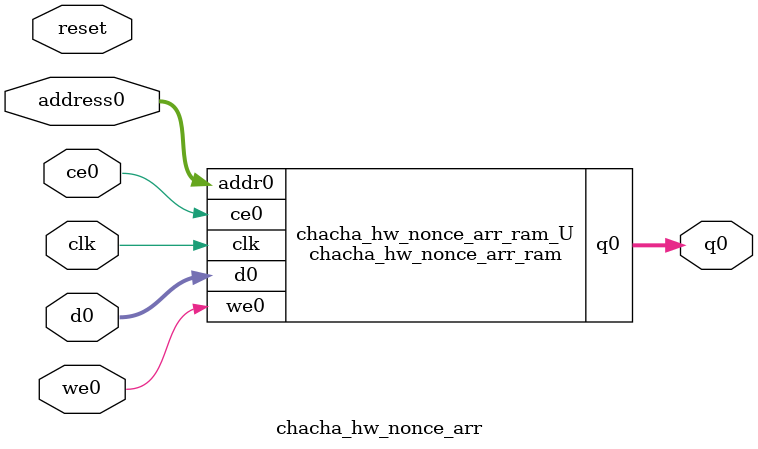
<source format=v>
`timescale 1 ns / 1 ps
module chacha_hw_nonce_arr_ram (addr0, ce0, d0, we0, q0,  clk);

parameter DWIDTH = 8;
parameter AWIDTH = 5;
parameter MEM_SIZE = 24;

input[AWIDTH-1:0] addr0;
input ce0;
input[DWIDTH-1:0] d0;
input we0;
output reg[DWIDTH-1:0] q0;
input clk;

(* ram_style = "distributed" *)reg [DWIDTH-1:0] ram[0:MEM_SIZE-1];




always @(posedge clk)  
begin 
    if (ce0) 
    begin
        if (we0) 
        begin 
            ram[addr0] <= d0; 
        end 
        q0 <= ram[addr0];
    end
end


endmodule

`timescale 1 ns / 1 ps
module chacha_hw_nonce_arr(
    reset,
    clk,
    address0,
    ce0,
    we0,
    d0,
    q0);

parameter DataWidth = 32'd8;
parameter AddressRange = 32'd24;
parameter AddressWidth = 32'd5;
input reset;
input clk;
input[AddressWidth - 1:0] address0;
input ce0;
input we0;
input[DataWidth - 1:0] d0;
output[DataWidth - 1:0] q0;



chacha_hw_nonce_arr_ram chacha_hw_nonce_arr_ram_U(
    .clk( clk ),
    .addr0( address0 ),
    .ce0( ce0 ),
    .we0( we0 ),
    .d0( d0 ),
    .q0( q0 ));

endmodule


</source>
